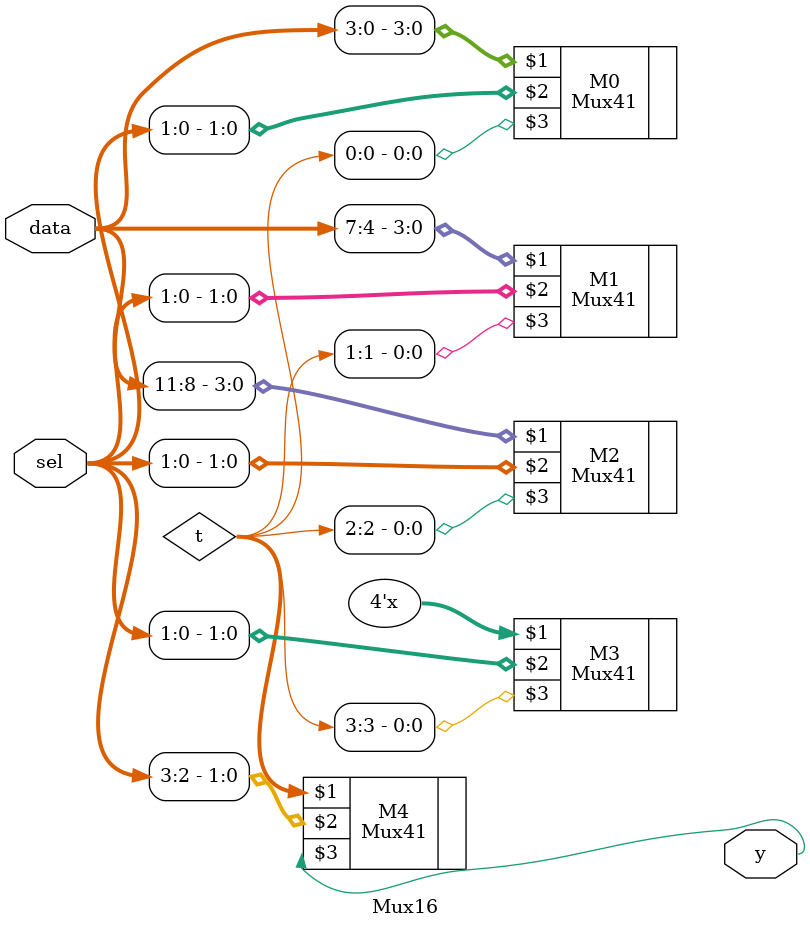
<source format=v>
`timescale 1ns / 1ps

module Mux16(data, sel, y);
input [15:0] data;
input [3:0] sel;
output y;
wire [3:0]t;

Mux41 M0(data[3:0], sel[1:0], t[0]);
Mux41 M1(data[7:4], sel[1:0], t[1]);
Mux41 M2(data[11:8], sel[1:0], t[2]);
Mux41 M3(t[15:12], sel[1:0], t[3]);
Mux41 M4(t[3:0], sel[3:2], y);

endmodule

</source>
